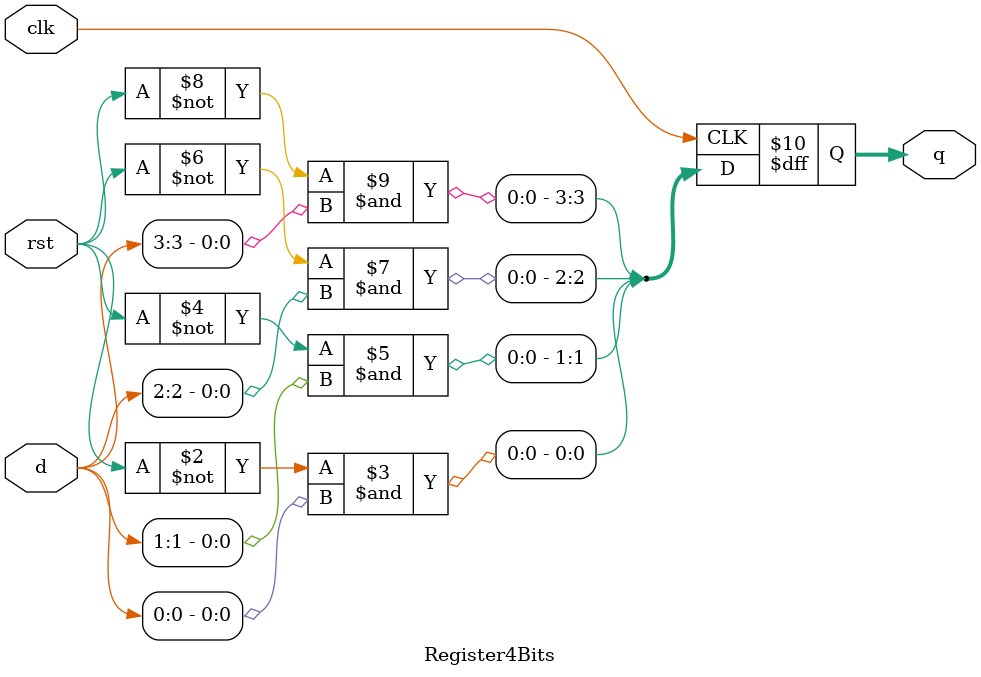
<source format=sv>
module Register4Bits (
    input  logic clk,
    input  logic rst,        // Señal de reset
    input  logic [3:0] d,    // Entrada de datos
    output logic [3:0] q     // Salida del registro
);

    always_ff @(posedge clk ) begin
        q[0] <=  (~rst & d[0]);
        q[1] <= (~rst & d[1]);
        q[2] <= (~rst & d[2]);
        q[3] <= (~rst & d[3]);
    end

endmodule
</source>
